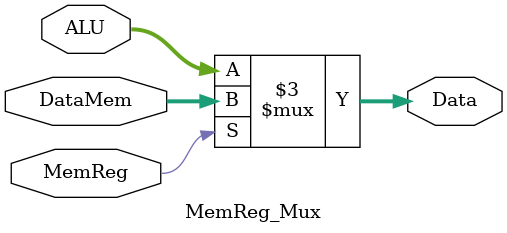
<source format=sv>
`timescale 1ns / 1ps


module MemReg_Mux(
    input MemReg,
    input signed [15:0] ALU,
    input signed [15:0] DataMem,
    output reg signed [15:0] Data
    );
    
    always @ (ALU or DataMem or MemReg)
    begin
        Data = (MemReg == 1'b0) ? ALU : DataMem;
    end    
endmodule
</source>
